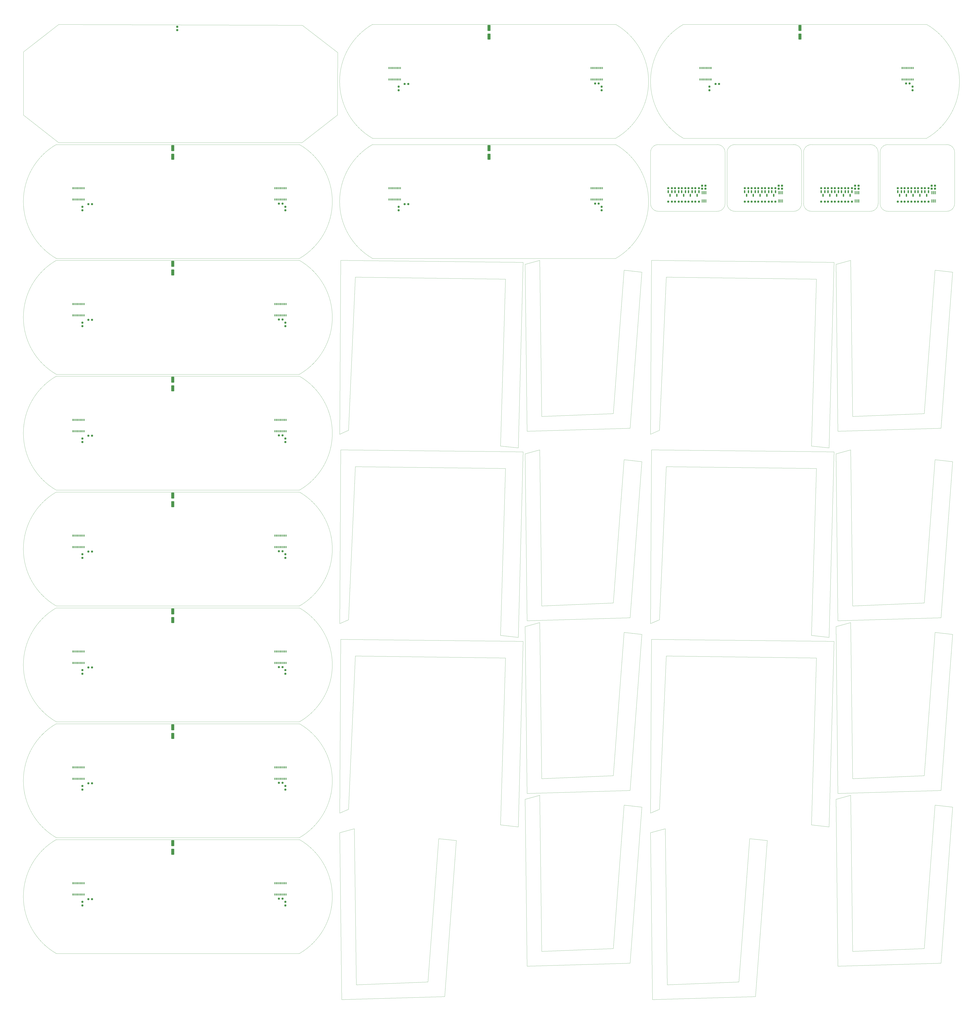
<source format=gbr>
%TF.GenerationSoftware,KiCad,Pcbnew,7.0.6-7.0.6~ubuntu20.04.1*%
%TF.CreationDate,2023-07-11T09:00:17+02:00*%
%TF.ProjectId,output_panel2023-07-11_065927.5376850000,6f757470-7574-45f7-9061-6e656c323032,rev?*%
%TF.SameCoordinates,Original*%
%TF.FileFunction,Paste,Bot*%
%TF.FilePolarity,Positive*%
%FSLAX45Y45*%
G04 Gerber Fmt 4.5, Leading zero omitted, Abs format (unit mm)*
G04 Created by KiCad (PCBNEW 7.0.6-7.0.6~ubuntu20.04.1) date 2023-07-11 09:00:17*
%MOMM*%
%LPD*%
G01*
G04 APERTURE LIST*
G04 Aperture macros list*
%AMRoundRect*
0 Rectangle with rounded corners*
0 $1 Rounding radius*
0 $2 $3 $4 $5 $6 $7 $8 $9 X,Y pos of 4 corners*
0 Add a 4 corners polygon primitive as box body*
4,1,4,$2,$3,$4,$5,$6,$7,$8,$9,$2,$3,0*
0 Add four circle primitives for the rounded corners*
1,1,$1+$1,$2,$3*
1,1,$1+$1,$4,$5*
1,1,$1+$1,$6,$7*
1,1,$1+$1,$8,$9*
0 Add four rect primitives between the rounded corners*
20,1,$1+$1,$2,$3,$4,$5,0*
20,1,$1+$1,$4,$5,$6,$7,0*
20,1,$1+$1,$6,$7,$8,$9,0*
20,1,$1+$1,$8,$9,$2,$3,0*%
G04 Aperture macros list end*
%TA.AperFunction,Profile*%
%ADD10C,0.050000*%
%TD*%
%TA.AperFunction,Profile*%
%ADD11C,0.100000*%
%TD*%
%ADD12RoundRect,0.237500X-0.250000X-0.237500X0.250000X-0.237500X0.250000X0.237500X-0.250000X0.237500X0*%
%ADD13RoundRect,0.250000X-0.550000X1.250000X-0.550000X-1.250000X0.550000X-1.250000X0.550000X1.250000X0*%
%ADD14RoundRect,0.237500X0.250000X0.237500X-0.250000X0.237500X-0.250000X-0.237500X0.250000X-0.237500X0*%
%ADD15R,0.400000X1.000000*%
%ADD16RoundRect,0.150000X-0.150000X0.587500X-0.150000X-0.587500X0.150000X-0.587500X0.150000X0.587500X0*%
%ADD17RoundRect,0.237500X0.300000X0.237500X-0.300000X0.237500X-0.300000X-0.237500X0.300000X-0.237500X0*%
%ADD18RoundRect,0.100000X-0.100000X0.712500X-0.100000X-0.712500X0.100000X-0.712500X0.100000X0.712500X0*%
%ADD19RoundRect,0.237500X0.237500X-0.250000X0.237500X0.250000X-0.237500X0.250000X-0.237500X-0.250000X0*%
%ADD20RoundRect,0.237500X-0.237500X0.300000X-0.237500X-0.300000X0.237500X-0.300000X0.237500X0.300000X0*%
G04 APERTURE END LIST*
D10*
X32017643Y-40219379D02*
X32067643Y-31369379D01*
X14123822Y-17870000D02*
G75*
G03*
X14123822Y-12070000I-1674316J2900000D01*
G01*
X25619977Y-39514585D02*
X25719977Y-48014585D01*
X32817643Y-22569688D02*
X32467643Y-30369688D01*
X46517622Y-39814585D02*
X45967622Y-47114585D01*
D11*
X47517640Y-6570000D02*
G75*
G03*
X47117643Y-6170000I-400000J0D01*
G01*
X32017640Y-9170000D02*
G75*
G03*
X32417643Y-9570000I400000J0D01*
G01*
X47117643Y-9570003D02*
G75*
G03*
X47517643Y-9170000I-3J400003D01*
G01*
X17843821Y-5850000D02*
X30243821Y-5850000D01*
D10*
X42217622Y-12068311D02*
X41467622Y-12268311D01*
X30119977Y-38316294D02*
X26469977Y-38466294D01*
X47417622Y-12668311D02*
X46517622Y-12568311D01*
X22119996Y-41617385D02*
X21219996Y-41517385D01*
X25619977Y-12268311D02*
X25719977Y-20768311D01*
X14123822Y-23770000D02*
G75*
G03*
X14123822Y-17970000I-1674316J2900000D01*
G01*
X25719977Y-39216294D02*
X30969977Y-39066294D01*
X24619998Y-13019997D02*
X16969998Y-12919997D01*
X42317622Y-29668003D02*
X42217622Y-21718003D01*
D11*
X1723822Y-41470000D02*
X14123822Y-41470000D01*
X1850000Y-50000D02*
X14270000Y-90000D01*
D10*
X46517622Y-22218003D02*
X45967622Y-29518003D01*
X40467643Y-32319379D02*
X32817643Y-32219379D01*
D11*
X35917640Y-9170000D02*
G75*
G03*
X36317643Y-9570000I400000J0D01*
G01*
X43617640Y-6570000D02*
G75*
G03*
X43217643Y-6170000I-400000J0D01*
G01*
D10*
X25269998Y-21619997D02*
X24369998Y-21519997D01*
X21219996Y-41517385D02*
X20669996Y-48817385D01*
X26369977Y-21718003D02*
X25619977Y-21918003D01*
X16269995Y-49717385D02*
X21519996Y-49567385D01*
X20669996Y-48817385D02*
X17019996Y-48967385D01*
D11*
X47517643Y-6570000D02*
X47517643Y-9170000D01*
D10*
X41117643Y-31269688D02*
X40217643Y-31169688D01*
X1723822Y-23870000D02*
G75*
G03*
X1723822Y-29670000I1674316J-2900000D01*
G01*
D11*
X16050000Y-4670000D02*
X14250000Y-6070000D01*
D10*
X31569977Y-39914585D02*
X30669977Y-39814585D01*
X16619998Y-30369688D02*
X16169998Y-30569688D01*
D11*
X14270000Y-90000D02*
X16070000Y-1480000D01*
D10*
X30119977Y-47114585D02*
X26469977Y-47264585D01*
X41367643Y-12169997D02*
X41117643Y-21619997D01*
X40217643Y-21519997D02*
X40467643Y-13019997D01*
X40217643Y-40819379D02*
X40467643Y-32319379D01*
X30119977Y-29518003D02*
X26469977Y-29668003D01*
X32817643Y-32219379D02*
X32467643Y-40019379D01*
X46817622Y-30268003D02*
X47417622Y-22318003D01*
X32017643Y-20919997D02*
X32067643Y-12069997D01*
D11*
X1723822Y-35570000D02*
X14123822Y-35570000D01*
X35817640Y-6570000D02*
G75*
G03*
X35417643Y-6170000I-400000J0D01*
G01*
D10*
X16969998Y-32219379D02*
X16619998Y-40019379D01*
X25719977Y-48014585D02*
X30969977Y-47864585D01*
X31569977Y-31116294D02*
X30669977Y-31016294D01*
X30969977Y-30268003D02*
X31569977Y-22318003D01*
X24619998Y-22669688D02*
X16969998Y-22569688D01*
X26469977Y-29668003D02*
X26369977Y-21718003D01*
D11*
X32017643Y-9170000D02*
X32017643Y-6570000D01*
X1723822Y-23770000D02*
X14123822Y-23770000D01*
X44117643Y-6170003D02*
G75*
G03*
X43717643Y-6570000I-3J-399997D01*
G01*
X35417643Y-9570003D02*
G75*
G03*
X35817643Y-9170000I-3J400003D01*
G01*
X1723822Y-23870000D02*
X14123822Y-23870000D01*
D10*
X30669977Y-39814585D02*
X30119977Y-47114585D01*
X32467643Y-40019379D02*
X32017643Y-40219379D01*
X31569977Y-12668311D02*
X30669977Y-12568311D01*
X46817622Y-39066294D02*
X47417622Y-31116294D01*
D11*
X35917643Y-9170000D02*
X35917643Y-6570000D01*
D10*
X1723822Y-12070000D02*
G75*
G03*
X1723822Y-17870000I1674316J-2900000D01*
G01*
X25719977Y-30418003D02*
X30969977Y-30268003D01*
X17019996Y-48967385D02*
X16919996Y-41017385D01*
D11*
X40217643Y-6170003D02*
G75*
G03*
X39817643Y-6570000I-3J-399997D01*
G01*
D10*
X30243821Y-5850000D02*
G75*
G03*
X30243821Y-50000I-1674316J2900000D01*
G01*
X25619977Y-21918003D02*
X25719977Y-30418003D01*
D11*
X1723822Y-17870000D02*
X14123822Y-17870000D01*
D10*
X30669977Y-12568311D02*
X30119977Y-19868311D01*
X26369977Y-12068311D02*
X25619977Y-12268311D01*
X24369998Y-31169688D02*
X24619998Y-22669688D01*
D11*
X50000Y-1450000D02*
X1850000Y-50000D01*
D10*
X25519998Y-31469379D02*
X25269998Y-40919379D01*
X41467622Y-30716294D02*
X41567622Y-39216294D01*
D11*
X35817643Y-6570000D02*
X35817643Y-9170000D01*
D10*
X41567622Y-20768311D02*
X46817622Y-20618311D01*
X45967622Y-38316294D02*
X42317622Y-38466294D01*
X32117640Y-49717385D02*
X37367640Y-49567385D01*
D11*
X1723822Y-41570000D02*
X14123822Y-41570000D01*
D10*
X41117643Y-40919379D02*
X40217643Y-40819379D01*
X14123822Y-29670000D02*
G75*
G03*
X14123822Y-23870000I-1674316J2900000D01*
G01*
D11*
X50000Y-4670000D02*
X50000Y-1450000D01*
D10*
X46817622Y-20618311D02*
X47417622Y-12668311D01*
X16219998Y-12069997D02*
X25519998Y-12169997D01*
D11*
X39717643Y-6570000D02*
X39717643Y-9170000D01*
X39817643Y-9170000D02*
X39817643Y-6570000D01*
X1723822Y-29670000D02*
X14123822Y-29670000D01*
X43717643Y-9170000D02*
X43717643Y-6570000D01*
D10*
X42217622Y-30516294D02*
X41467622Y-30716294D01*
X46091466Y-5850000D02*
G75*
G03*
X46091466Y-50000I-1674316J2900000D01*
G01*
X30669977Y-22218003D02*
X30119977Y-29518003D01*
X32017640Y-41217385D02*
X32117640Y-49717385D01*
X1723822Y-35670000D02*
G75*
G03*
X1723822Y-41470000I1674316J-2900000D01*
G01*
X41367643Y-31469379D02*
X41117643Y-40919379D01*
X16969998Y-12919997D02*
X16619998Y-20719997D01*
X24369998Y-21519997D02*
X24619998Y-13019997D01*
D11*
X1723822Y-47370000D02*
X14123822Y-47370000D01*
X40217643Y-6170000D02*
X43217643Y-6170000D01*
D10*
X42217622Y-39314585D02*
X41467622Y-39514585D01*
X16619998Y-20719997D02*
X16169998Y-20919997D01*
D11*
X43217643Y-9570000D02*
X40217643Y-9570000D01*
D10*
X32017643Y-30569688D02*
X32067643Y-21719688D01*
X40467643Y-13019997D02*
X32817643Y-12919997D01*
D11*
X32417643Y-6170003D02*
G75*
G03*
X32017643Y-6570000I-3J-399997D01*
G01*
D10*
X36517640Y-48817385D02*
X32867640Y-48967385D01*
D11*
X39817640Y-9170000D02*
G75*
G03*
X40217643Y-9570000I400000J0D01*
G01*
D10*
X26469977Y-38466294D02*
X26369977Y-30516294D01*
X16219998Y-21719688D02*
X25519998Y-21819688D01*
D11*
X43217643Y-9570003D02*
G75*
G03*
X43617643Y-9170000I-3J400003D01*
G01*
D10*
X26369977Y-30516294D02*
X25619977Y-30716294D01*
X14123822Y-11970000D02*
G75*
G03*
X14123822Y-6170000I-1674316J2900000D01*
G01*
D11*
X39317643Y-9570000D02*
X36317643Y-9570000D01*
D10*
X25519998Y-21819688D02*
X25269998Y-31269688D01*
D11*
X1723822Y-17970000D02*
X14123822Y-17970000D01*
X47117643Y-9570000D02*
X44117643Y-9570000D01*
D10*
X37967640Y-41617385D02*
X37067640Y-41517385D01*
X41567622Y-39216294D02*
X46817622Y-39066294D01*
X16219998Y-31369379D02*
X25519998Y-31469379D01*
X30969977Y-47864585D02*
X31569977Y-39914585D01*
X40217643Y-31169688D02*
X40467643Y-22669688D01*
X21519996Y-49567385D02*
X22119996Y-41617385D01*
D11*
X43717640Y-9170000D02*
G75*
G03*
X44117643Y-9570000I400000J0D01*
G01*
D10*
X46517622Y-31016294D02*
X45967622Y-38316294D01*
X40467643Y-22669688D02*
X32817643Y-22569688D01*
D11*
X43617643Y-6570000D02*
X43617643Y-9170000D01*
D10*
X47417622Y-22318003D02*
X46517622Y-22218003D01*
X41567622Y-48014585D02*
X46817622Y-47864585D01*
D11*
X17843821Y-50000D02*
X30243821Y-50000D01*
D10*
X32867640Y-48967385D02*
X32767640Y-41017385D01*
X32067643Y-21719688D02*
X41367643Y-21819688D01*
D11*
X32417643Y-6170000D02*
X35417643Y-6170000D01*
D10*
X41467622Y-39514585D02*
X41567622Y-48014585D01*
X16969998Y-22569688D02*
X16619998Y-30369688D01*
D11*
X36317643Y-6170003D02*
G75*
G03*
X35917643Y-6570000I-3J-399997D01*
G01*
D10*
X26469977Y-47264585D02*
X26369977Y-39314585D01*
D11*
X44117643Y-6170000D02*
X47117643Y-6170000D01*
D10*
X37367640Y-49567385D02*
X37967640Y-41617385D01*
X41467622Y-21918003D02*
X41567622Y-30418003D01*
X42217622Y-21718003D02*
X41467622Y-21918003D01*
X30243821Y-11970000D02*
G75*
G03*
X30243821Y-6170000I-1674316J2900000D01*
G01*
X25719977Y-20768311D02*
X30969977Y-20618311D01*
X1723822Y-17970000D02*
G75*
G03*
X1723822Y-23770000I1674316J-2900000D01*
G01*
X24369998Y-40819379D02*
X24619998Y-32319379D01*
X17843822Y-6170000D02*
G75*
G03*
X17843821Y-11970000I1674316J-2900000D01*
G01*
X32467643Y-20719997D02*
X32017643Y-20919997D01*
X41117643Y-21619997D02*
X40217643Y-21519997D01*
D11*
X36317643Y-6170000D02*
X39317643Y-6170000D01*
D10*
X31569977Y-22318003D02*
X30669977Y-22218003D01*
X42317622Y-20018311D02*
X42217622Y-12068311D01*
X14123822Y-47370000D02*
G75*
G03*
X14123822Y-41570000I-1674316J2900000D01*
G01*
X32467643Y-30369688D02*
X32017643Y-30569688D01*
X30969977Y-20618311D02*
X31569977Y-12668311D01*
X17843821Y-50000D02*
G75*
G03*
X17843821Y-5850000I1674316J-2900000D01*
G01*
X30119977Y-19868311D02*
X26469977Y-20018311D01*
X16919996Y-41017385D02*
X16169995Y-41217385D01*
D11*
X39317643Y-9570003D02*
G75*
G03*
X39717643Y-9170000I-3J400003D01*
G01*
D10*
X25269998Y-40919379D02*
X24369998Y-40819379D01*
D11*
X1723822Y-35670000D02*
X14123822Y-35670000D01*
X17843821Y-11970000D02*
X30243821Y-11970000D01*
D10*
X42317622Y-47264585D02*
X42217622Y-39314585D01*
X1723822Y-29770000D02*
G75*
G03*
X1723822Y-35570000I1674316J-2900000D01*
G01*
D11*
X1723822Y-29770000D02*
X14123822Y-29770000D01*
X39717640Y-6570000D02*
G75*
G03*
X39317643Y-6170000I-400000J0D01*
G01*
D10*
X30669977Y-31016294D02*
X30119977Y-38316294D01*
X14123822Y-41470000D02*
G75*
G03*
X14123822Y-35670000I-1674316J2900000D01*
G01*
D11*
X1723822Y-6170000D02*
X14123822Y-6170000D01*
D10*
X25619977Y-30716294D02*
X25719977Y-39216294D01*
D11*
X33691466Y-50000D02*
X46091466Y-50000D01*
D10*
X32767640Y-41017385D02*
X32017640Y-41217385D01*
D11*
X1850000Y-6070000D02*
X50000Y-4670000D01*
D10*
X16169998Y-30569688D02*
X16219998Y-21719688D01*
X32817643Y-12919997D02*
X32467643Y-20719997D01*
X26369977Y-39314585D02*
X25619977Y-39514585D01*
D11*
X33691466Y-5850000D02*
X46091466Y-5850000D01*
D10*
X24619998Y-32319379D02*
X16969998Y-32219379D01*
X41467622Y-12268311D02*
X41567622Y-20768311D01*
X33691466Y-50000D02*
G75*
G03*
X33691466Y-5850000I1674316J-2900000D01*
G01*
X45967622Y-29518003D02*
X42317622Y-29668003D01*
D11*
X1723822Y-11970000D02*
X14123822Y-11970000D01*
X35417643Y-9570000D02*
X32417643Y-9570000D01*
D10*
X25519998Y-12169997D02*
X25269998Y-21619997D01*
X45967622Y-47114585D02*
X42317622Y-47264585D01*
X46517622Y-12568311D02*
X45967622Y-19868311D01*
D11*
X14250000Y-6070000D02*
X1850000Y-6070000D01*
D10*
X37067640Y-41517385D02*
X36517640Y-48817385D01*
X41367643Y-21819688D02*
X41117643Y-31269688D01*
X1723822Y-41570000D02*
G75*
G03*
X1723822Y-47370000I1674316J-2900000D01*
G01*
D11*
X16070000Y-1480000D02*
X16050000Y-4670000D01*
D10*
X14123822Y-35570000D02*
G75*
G03*
X14123822Y-29770000I-1674316J2900000D01*
G01*
D11*
X1723822Y-12070000D02*
X14123822Y-12070000D01*
D10*
X16169995Y-41217385D02*
X16269995Y-49717385D01*
X30969977Y-39066294D02*
X31569977Y-31116294D01*
D11*
X17843821Y-6170000D02*
X30243821Y-6170000D01*
D10*
X46817622Y-47864585D02*
X47417622Y-39914585D01*
X25269998Y-31269688D02*
X24369998Y-31169688D01*
X16169998Y-20919997D02*
X16219998Y-12069997D01*
X26469977Y-20018311D02*
X26369977Y-12068311D01*
X16619998Y-40019379D02*
X16169998Y-40219379D01*
X42317622Y-38466294D02*
X42217622Y-30516294D01*
X47417622Y-31116294D02*
X46517622Y-31016294D01*
X41567622Y-30418003D02*
X46817622Y-30268003D01*
X47417622Y-39914585D02*
X46517622Y-39814585D01*
X1723822Y-6170000D02*
G75*
G03*
X1723822Y-11970000I1674316J-2900000D01*
G01*
X45967622Y-19868311D02*
X42317622Y-20018311D01*
X32067643Y-31369379D02*
X41367643Y-31469379D01*
X16169998Y-40219379D02*
X16219998Y-31369379D01*
X32067643Y-12069997D02*
X41367643Y-12169997D01*
D12*
X38201393Y-8390000D03*
X38383893Y-8390000D03*
X41066393Y-8390000D03*
X41248893Y-8390000D03*
X44621393Y-9080000D03*
X44803893Y-9080000D03*
X13073572Y-26880000D03*
X13256072Y-26880000D03*
X33611393Y-9080000D03*
X33793893Y-9080000D03*
X41411393Y-9080000D03*
X41593893Y-9080000D03*
D13*
X7666822Y-24047000D03*
X7666822Y-24487000D03*
D12*
X37511393Y-9080000D03*
X37693893Y-9080000D03*
D14*
X3546072Y-9200000D03*
X3363572Y-9200000D03*
D12*
X29193571Y-9180000D03*
X29376071Y-9180000D03*
D15*
X29567321Y-8970000D03*
X29502321Y-8970000D03*
X29437321Y-8970000D03*
X29372321Y-8970000D03*
X29307321Y-8970000D03*
X29242321Y-8970000D03*
X29177321Y-8970000D03*
X29112321Y-8970000D03*
X29047321Y-8970000D03*
X28982321Y-8970000D03*
X28982321Y-8390000D03*
X29047321Y-8390000D03*
X29112321Y-8390000D03*
X29177321Y-8390000D03*
X29242321Y-8390000D03*
X29307321Y-8390000D03*
X29372321Y-8390000D03*
X29437321Y-8390000D03*
X29502321Y-8390000D03*
X29567321Y-8390000D03*
D16*
X42097643Y-8566250D03*
X42287643Y-8566250D03*
X42192643Y-8753750D03*
D17*
X46518893Y-8265000D03*
X46346393Y-8265000D03*
D12*
X37166393Y-8390000D03*
X37348893Y-8390000D03*
D15*
X19267321Y-8970000D03*
X19202321Y-8970000D03*
X19137321Y-8970000D03*
X19072321Y-8970000D03*
X19007321Y-8970000D03*
X18942321Y-8970000D03*
X18877321Y-8970000D03*
X18812321Y-8970000D03*
X18747321Y-8970000D03*
X18682321Y-8970000D03*
X18682321Y-8390000D03*
X18747321Y-8390000D03*
X18812321Y-8390000D03*
X18877321Y-8390000D03*
X18942321Y-8390000D03*
X19007321Y-8390000D03*
X19072321Y-8390000D03*
X19137321Y-8390000D03*
X19202321Y-8390000D03*
X19267321Y-8390000D03*
D12*
X13073572Y-15080000D03*
X13256072Y-15080000D03*
X37511393Y-8390000D03*
X37693893Y-8390000D03*
D13*
X39634466Y-227000D03*
X39634466Y-667000D03*
D12*
X32921393Y-8390000D03*
X33103893Y-8390000D03*
D16*
X33607643Y-8566250D03*
X33797643Y-8566250D03*
X33702643Y-8753750D03*
D18*
X38546393Y-8623750D03*
X38611393Y-8623750D03*
X38676393Y-8623750D03*
X38741393Y-8623750D03*
X38741393Y-9046250D03*
X38676393Y-9046250D03*
X38611393Y-9046250D03*
X38546393Y-9046250D03*
D12*
X40721393Y-9080000D03*
X40903893Y-9080000D03*
D19*
X3054822Y-21321250D03*
X3054822Y-21138750D03*
D17*
X38718893Y-8265000D03*
X38546393Y-8265000D03*
D13*
X7666822Y-29947000D03*
X7666822Y-30387000D03*
D12*
X13073572Y-44580000D03*
X13256072Y-44580000D03*
D13*
X7666822Y-18147000D03*
X7666822Y-18587000D03*
D16*
X40717643Y-8566250D03*
X40907643Y-8566250D03*
X40812643Y-8753750D03*
D19*
X3054822Y-27221250D03*
X3054822Y-27038750D03*
D15*
X3147322Y-32570000D03*
X3082322Y-32570000D03*
X3017322Y-32570000D03*
X2952322Y-32570000D03*
X2887322Y-32570000D03*
X2822322Y-32570000D03*
X2757322Y-32570000D03*
X2692322Y-32570000D03*
X2627322Y-32570000D03*
X2562322Y-32570000D03*
X2562322Y-31990000D03*
X2627322Y-31990000D03*
X2692322Y-31990000D03*
X2757322Y-31990000D03*
X2822322Y-31990000D03*
X2887322Y-31990000D03*
X2952322Y-31990000D03*
X3017322Y-31990000D03*
X3082322Y-31990000D03*
X3147322Y-31990000D03*
D19*
X29524821Y-9521250D03*
X29524821Y-9338750D03*
D18*
X34646393Y-8623750D03*
X34711393Y-8623750D03*
X34776393Y-8623750D03*
X34841393Y-8623750D03*
X34841393Y-9046250D03*
X34776393Y-9046250D03*
X34711393Y-9046250D03*
X34646393Y-9046250D03*
D19*
X29524821Y-3401250D03*
X29524821Y-3218750D03*
X13404822Y-39021250D03*
X13404822Y-38838750D03*
D17*
X34818893Y-8415000D03*
X34646393Y-8415000D03*
D12*
X33266393Y-8390000D03*
X33448893Y-8390000D03*
D15*
X45414966Y-2850000D03*
X45349966Y-2850000D03*
X45284966Y-2850000D03*
X45219966Y-2850000D03*
X45154966Y-2850000D03*
X45089966Y-2850000D03*
X45024966Y-2850000D03*
X44959966Y-2850000D03*
X44894966Y-2850000D03*
X44829966Y-2850000D03*
X44829966Y-2270000D03*
X44894966Y-2270000D03*
X44959966Y-2270000D03*
X45024966Y-2270000D03*
X45089966Y-2270000D03*
X45154966Y-2270000D03*
X45219966Y-2270000D03*
X45284966Y-2270000D03*
X45349966Y-2270000D03*
X45414966Y-2270000D03*
D17*
X42618893Y-8265000D03*
X42446393Y-8265000D03*
D14*
X3546072Y-44600000D03*
X3363572Y-44600000D03*
D12*
X42101393Y-8390000D03*
X42283893Y-8390000D03*
X41411393Y-8390000D03*
X41593893Y-8390000D03*
D19*
X3054822Y-39021250D03*
X3054822Y-38838750D03*
D16*
X45652643Y-8566250D03*
X45842643Y-8566250D03*
X45747643Y-8753750D03*
D14*
X19666071Y-9200000D03*
X19483571Y-9200000D03*
X3546072Y-32800000D03*
X3363572Y-32800000D03*
D16*
X33952643Y-8566250D03*
X34142643Y-8566250D03*
X34047643Y-8753750D03*
X45997643Y-8566250D03*
X46187643Y-8566250D03*
X46092643Y-8753750D03*
D12*
X33611393Y-8390000D03*
X33793893Y-8390000D03*
D15*
X3147322Y-8970000D03*
X3082322Y-8970000D03*
X3017322Y-8970000D03*
X2952322Y-8970000D03*
X2887322Y-8970000D03*
X2822322Y-8970000D03*
X2757322Y-8970000D03*
X2692322Y-8970000D03*
X2627322Y-8970000D03*
X2562322Y-8970000D03*
X2562322Y-8390000D03*
X2627322Y-8390000D03*
X2692322Y-8390000D03*
X2757322Y-8390000D03*
X2822322Y-8390000D03*
X2887322Y-8390000D03*
X2952322Y-8390000D03*
X3017322Y-8390000D03*
X3082322Y-8390000D03*
X3147322Y-8390000D03*
D12*
X36821393Y-8390000D03*
X37003893Y-8390000D03*
D19*
X13404822Y-27221250D03*
X13404822Y-27038750D03*
X3054822Y-33121250D03*
X3054822Y-32938750D03*
D14*
X3546072Y-15100000D03*
X3363572Y-15100000D03*
D12*
X46001393Y-8390000D03*
X46183893Y-8390000D03*
D15*
X13447322Y-32570000D03*
X13382322Y-32570000D03*
X13317322Y-32570000D03*
X13252322Y-32570000D03*
X13187322Y-32570000D03*
X13122322Y-32570000D03*
X13057322Y-32570000D03*
X12992322Y-32570000D03*
X12927322Y-32570000D03*
X12862322Y-32570000D03*
X12862322Y-31990000D03*
X12927322Y-31990000D03*
X12992322Y-31990000D03*
X13057322Y-31990000D03*
X13122322Y-31990000D03*
X13187322Y-31990000D03*
X13252322Y-31990000D03*
X13317322Y-31990000D03*
X13382322Y-31990000D03*
X13447322Y-31990000D03*
D13*
X7666822Y-41747000D03*
X7666822Y-42187000D03*
D15*
X13447322Y-38470000D03*
X13382322Y-38470000D03*
X13317322Y-38470000D03*
X13252322Y-38470000D03*
X13187322Y-38470000D03*
X13122322Y-38470000D03*
X13057322Y-38470000D03*
X12992322Y-38470000D03*
X12927322Y-38470000D03*
X12862322Y-38470000D03*
X12862322Y-37890000D03*
X12927322Y-37890000D03*
X12992322Y-37890000D03*
X13057322Y-37890000D03*
X13122322Y-37890000D03*
X13187322Y-37890000D03*
X13252322Y-37890000D03*
X13317322Y-37890000D03*
X13382322Y-37890000D03*
X13447322Y-37890000D03*
X13447322Y-26670000D03*
X13382322Y-26670000D03*
X13317322Y-26670000D03*
X13252322Y-26670000D03*
X13187322Y-26670000D03*
X13122322Y-26670000D03*
X13057322Y-26670000D03*
X12992322Y-26670000D03*
X12927322Y-26670000D03*
X12862322Y-26670000D03*
X12862322Y-26090000D03*
X12927322Y-26090000D03*
X12992322Y-26090000D03*
X13057322Y-26090000D03*
X13122322Y-26090000D03*
X13187322Y-26090000D03*
X13252322Y-26090000D03*
X13317322Y-26090000D03*
X13382322Y-26090000D03*
X13447322Y-26090000D03*
D12*
X41066393Y-9080000D03*
X41248893Y-9080000D03*
X13073572Y-20980000D03*
X13256072Y-20980000D03*
X33956393Y-8390000D03*
X34138893Y-8390000D03*
D19*
X13404822Y-21321250D03*
X13404822Y-21138750D03*
D16*
X33262643Y-8566250D03*
X33452643Y-8566250D03*
X33357643Y-8753750D03*
D15*
X3147322Y-44370000D03*
X3082322Y-44370000D03*
X3017322Y-44370000D03*
X2952322Y-44370000D03*
X2887322Y-44370000D03*
X2822322Y-44370000D03*
X2757322Y-44370000D03*
X2692322Y-44370000D03*
X2627322Y-44370000D03*
X2562322Y-44370000D03*
X2562322Y-43790000D03*
X2627322Y-43790000D03*
X2692322Y-43790000D03*
X2757322Y-43790000D03*
X2822322Y-43790000D03*
X2887322Y-43790000D03*
X2952322Y-43790000D03*
X3017322Y-43790000D03*
X3082322Y-43790000D03*
X3147322Y-43790000D03*
D18*
X42446393Y-8623750D03*
X42511393Y-8623750D03*
X42576393Y-8623750D03*
X42641393Y-8623750D03*
X42641393Y-9046250D03*
X42576393Y-9046250D03*
X42511393Y-9046250D03*
X42446393Y-9046250D03*
D19*
X13404822Y-44921250D03*
X13404822Y-44738750D03*
D12*
X34301393Y-8390000D03*
X34483893Y-8390000D03*
D15*
X3147322Y-38470000D03*
X3082322Y-38470000D03*
X3017322Y-38470000D03*
X2952322Y-38470000D03*
X2887322Y-38470000D03*
X2822322Y-38470000D03*
X2757322Y-38470000D03*
X2692322Y-38470000D03*
X2627322Y-38470000D03*
X2562322Y-38470000D03*
X2562322Y-37890000D03*
X2627322Y-37890000D03*
X2692322Y-37890000D03*
X2757322Y-37890000D03*
X2822322Y-37890000D03*
X2887322Y-37890000D03*
X2952322Y-37890000D03*
X3017322Y-37890000D03*
X3082322Y-37890000D03*
X3147322Y-37890000D03*
D12*
X34301393Y-9080000D03*
X34483893Y-9080000D03*
D19*
X3054822Y-9521250D03*
X3054822Y-9338750D03*
D12*
X38201393Y-9080000D03*
X38383893Y-9080000D03*
D19*
X13404822Y-33121250D03*
X13404822Y-32938750D03*
D14*
X19666071Y-3080000D03*
X19483571Y-3080000D03*
D19*
X35022466Y-3401250D03*
X35022466Y-3218750D03*
D20*
X7890000Y-170000D03*
X7890000Y-342500D03*
D12*
X45656393Y-8390000D03*
X45838893Y-8390000D03*
X41756393Y-8390000D03*
X41938893Y-8390000D03*
X37166393Y-9080000D03*
X37348893Y-9080000D03*
D17*
X46518893Y-8415000D03*
X46346393Y-8415000D03*
D15*
X29567321Y-2850000D03*
X29502321Y-2850000D03*
X29437321Y-2850000D03*
X29372321Y-2850000D03*
X29307321Y-2850000D03*
X29242321Y-2850000D03*
X29177321Y-2850000D03*
X29112321Y-2850000D03*
X29047321Y-2850000D03*
X28982321Y-2850000D03*
X28982321Y-2270000D03*
X29047321Y-2270000D03*
X29112321Y-2270000D03*
X29177321Y-2270000D03*
X29242321Y-2270000D03*
X29307321Y-2270000D03*
X29372321Y-2270000D03*
X29437321Y-2270000D03*
X29502321Y-2270000D03*
X29567321Y-2270000D03*
D19*
X13404822Y-15421250D03*
X13404822Y-15238750D03*
D14*
X35513716Y-3080000D03*
X35331216Y-3080000D03*
D19*
X3054822Y-15421250D03*
X3054822Y-15238750D03*
D12*
X37856393Y-9080000D03*
X38038893Y-9080000D03*
D14*
X3546072Y-26900000D03*
X3363572Y-26900000D03*
D18*
X46346393Y-8623750D03*
X46411393Y-8623750D03*
X46476393Y-8623750D03*
X46541393Y-8623750D03*
X46541393Y-9046250D03*
X46476393Y-9046250D03*
X46411393Y-9046250D03*
X46346393Y-9046250D03*
D16*
X34297643Y-8566250D03*
X34487643Y-8566250D03*
X34392643Y-8753750D03*
D17*
X42618893Y-8415000D03*
X42446393Y-8415000D03*
D12*
X13073572Y-32780000D03*
X13256072Y-32780000D03*
D19*
X3054822Y-44921250D03*
X3054822Y-44738750D03*
D12*
X37856393Y-8390000D03*
X38038893Y-8390000D03*
X45311393Y-9080000D03*
X45493893Y-9080000D03*
X40721393Y-8390000D03*
X40903893Y-8390000D03*
D15*
X19267321Y-2850000D03*
X19202321Y-2850000D03*
X19137321Y-2850000D03*
X19072321Y-2850000D03*
X19007321Y-2850000D03*
X18942321Y-2850000D03*
X18877321Y-2850000D03*
X18812321Y-2850000D03*
X18747321Y-2850000D03*
X18682321Y-2850000D03*
X18682321Y-2270000D03*
X18747321Y-2270000D03*
X18812321Y-2270000D03*
X18877321Y-2270000D03*
X18942321Y-2270000D03*
X19007321Y-2270000D03*
X19072321Y-2270000D03*
X19137321Y-2270000D03*
X19202321Y-2270000D03*
X19267321Y-2270000D03*
D12*
X33266393Y-9080000D03*
X33448893Y-9080000D03*
D14*
X3546072Y-38700000D03*
X3363572Y-38700000D03*
D12*
X46001393Y-9080000D03*
X46183893Y-9080000D03*
D15*
X3147322Y-26670000D03*
X3082322Y-26670000D03*
X3017322Y-26670000D03*
X2952322Y-26670000D03*
X2887322Y-26670000D03*
X2822322Y-26670000D03*
X2757322Y-26670000D03*
X2692322Y-26670000D03*
X2627322Y-26670000D03*
X2562322Y-26670000D03*
X2562322Y-26090000D03*
X2627322Y-26090000D03*
X2692322Y-26090000D03*
X2757322Y-26090000D03*
X2822322Y-26090000D03*
X2887322Y-26090000D03*
X2952322Y-26090000D03*
X3017322Y-26090000D03*
X3082322Y-26090000D03*
X3147322Y-26090000D03*
D12*
X13073572Y-38680000D03*
X13256072Y-38680000D03*
X33956393Y-9080000D03*
X34138893Y-9080000D03*
D14*
X3546072Y-21000000D03*
X3363572Y-21000000D03*
D16*
X36817643Y-8566250D03*
X37007643Y-8566250D03*
X36912643Y-8753750D03*
D13*
X23786821Y-227000D03*
X23786821Y-667000D03*
D16*
X38197643Y-8566250D03*
X38387643Y-8566250D03*
X38292643Y-8753750D03*
D13*
X7666822Y-12247000D03*
X7666822Y-12687000D03*
D16*
X37507643Y-8566250D03*
X37697643Y-8566250D03*
X37602643Y-8753750D03*
D12*
X45041216Y-3060000D03*
X45223716Y-3060000D03*
D15*
X13447322Y-8970000D03*
X13382322Y-8970000D03*
X13317322Y-8970000D03*
X13252322Y-8970000D03*
X13187322Y-8970000D03*
X13122322Y-8970000D03*
X13057322Y-8970000D03*
X12992322Y-8970000D03*
X12927322Y-8970000D03*
X12862322Y-8970000D03*
X12862322Y-8390000D03*
X12927322Y-8390000D03*
X12992322Y-8390000D03*
X13057322Y-8390000D03*
X13122322Y-8390000D03*
X13187322Y-8390000D03*
X13252322Y-8390000D03*
X13317322Y-8390000D03*
X13382322Y-8390000D03*
X13447322Y-8390000D03*
D16*
X41752643Y-8566250D03*
X41942643Y-8566250D03*
X41847643Y-8753750D03*
D12*
X36821393Y-9080000D03*
X37003893Y-9080000D03*
D19*
X19174821Y-9521250D03*
X19174821Y-9338750D03*
D13*
X7666822Y-6347000D03*
X7666822Y-6787000D03*
D15*
X3147322Y-20770000D03*
X3082322Y-20770000D03*
X3017322Y-20770000D03*
X2952322Y-20770000D03*
X2887322Y-20770000D03*
X2822322Y-20770000D03*
X2757322Y-20770000D03*
X2692322Y-20770000D03*
X2627322Y-20770000D03*
X2562322Y-20770000D03*
X2562322Y-20190000D03*
X2627322Y-20190000D03*
X2692322Y-20190000D03*
X2757322Y-20190000D03*
X2822322Y-20190000D03*
X2887322Y-20190000D03*
X2952322Y-20190000D03*
X3017322Y-20190000D03*
X3082322Y-20190000D03*
X3147322Y-20190000D03*
D16*
X41062643Y-8566250D03*
X41252643Y-8566250D03*
X41157643Y-8753750D03*
X37162643Y-8566250D03*
X37352643Y-8566250D03*
X37257643Y-8753750D03*
D13*
X23786821Y-6347000D03*
X23786821Y-6787000D03*
D15*
X13447322Y-20770000D03*
X13382322Y-20770000D03*
X13317322Y-20770000D03*
X13252322Y-20770000D03*
X13187322Y-20770000D03*
X13122322Y-20770000D03*
X13057322Y-20770000D03*
X12992322Y-20770000D03*
X12927322Y-20770000D03*
X12862322Y-20770000D03*
X12862322Y-20190000D03*
X12927322Y-20190000D03*
X12992322Y-20190000D03*
X13057322Y-20190000D03*
X13122322Y-20190000D03*
X13187322Y-20190000D03*
X13252322Y-20190000D03*
X13317322Y-20190000D03*
X13382322Y-20190000D03*
X13447322Y-20190000D03*
D19*
X13404822Y-9521250D03*
X13404822Y-9338750D03*
D16*
X37852643Y-8566250D03*
X38042643Y-8566250D03*
X37947643Y-8753750D03*
D12*
X45656393Y-9080000D03*
X45838893Y-9080000D03*
X45311393Y-8390000D03*
X45493893Y-8390000D03*
X29193571Y-3060000D03*
X29376071Y-3060000D03*
X44966393Y-9080000D03*
X45148893Y-9080000D03*
D16*
X45307643Y-8566250D03*
X45497643Y-8566250D03*
X45402643Y-8753750D03*
D17*
X38718893Y-8415000D03*
X38546393Y-8415000D03*
D19*
X19174821Y-3401250D03*
X19174821Y-3218750D03*
D16*
X44962643Y-8566250D03*
X45152643Y-8566250D03*
X45057643Y-8753750D03*
D17*
X34818893Y-8265000D03*
X34646393Y-8265000D03*
D12*
X32921393Y-9080000D03*
X33103893Y-9080000D03*
D16*
X44617643Y-8566250D03*
X44807643Y-8566250D03*
X44712643Y-8753750D03*
D13*
X7666822Y-35847000D03*
X7666822Y-36287000D03*
D19*
X45372466Y-3401250D03*
X45372466Y-3218750D03*
D15*
X3147322Y-14870000D03*
X3082322Y-14870000D03*
X3017322Y-14870000D03*
X2952322Y-14870000D03*
X2887322Y-14870000D03*
X2822322Y-14870000D03*
X2757322Y-14870000D03*
X2692322Y-14870000D03*
X2627322Y-14870000D03*
X2562322Y-14870000D03*
X2562322Y-14290000D03*
X2627322Y-14290000D03*
X2692322Y-14290000D03*
X2757322Y-14290000D03*
X2822322Y-14290000D03*
X2887322Y-14290000D03*
X2952322Y-14290000D03*
X3017322Y-14290000D03*
X3082322Y-14290000D03*
X3147322Y-14290000D03*
D12*
X13073572Y-9180000D03*
X13256072Y-9180000D03*
X44621393Y-8390000D03*
X44803893Y-8390000D03*
X42101393Y-9080000D03*
X42283893Y-9080000D03*
D15*
X13447322Y-14870000D03*
X13382322Y-14870000D03*
X13317322Y-14870000D03*
X13252322Y-14870000D03*
X13187322Y-14870000D03*
X13122322Y-14870000D03*
X13057322Y-14870000D03*
X12992322Y-14870000D03*
X12927322Y-14870000D03*
X12862322Y-14870000D03*
X12862322Y-14290000D03*
X12927322Y-14290000D03*
X12992322Y-14290000D03*
X13057322Y-14290000D03*
X13122322Y-14290000D03*
X13187322Y-14290000D03*
X13252322Y-14290000D03*
X13317322Y-14290000D03*
X13382322Y-14290000D03*
X13447322Y-14290000D03*
D16*
X32917643Y-8566250D03*
X33107643Y-8566250D03*
X33012643Y-8753750D03*
D15*
X35114966Y-2850000D03*
X35049966Y-2850000D03*
X34984966Y-2850000D03*
X34919966Y-2850000D03*
X34854966Y-2850000D03*
X34789966Y-2850000D03*
X34724966Y-2850000D03*
X34659966Y-2850000D03*
X34594966Y-2850000D03*
X34529966Y-2850000D03*
X34529966Y-2270000D03*
X34594966Y-2270000D03*
X34659966Y-2270000D03*
X34724966Y-2270000D03*
X34789966Y-2270000D03*
X34854966Y-2270000D03*
X34919966Y-2270000D03*
X34984966Y-2270000D03*
X35049966Y-2270000D03*
X35114966Y-2270000D03*
D12*
X41756393Y-9080000D03*
X41938893Y-9080000D03*
X44966393Y-8390000D03*
X45148893Y-8390000D03*
D16*
X41407643Y-8566250D03*
X41597643Y-8566250D03*
X41502643Y-8753750D03*
D15*
X13447322Y-44370000D03*
X13382322Y-44370000D03*
X13317322Y-44370000D03*
X13252322Y-44370000D03*
X13187322Y-44370000D03*
X13122322Y-44370000D03*
X13057322Y-44370000D03*
X12992322Y-44370000D03*
X12927322Y-44370000D03*
X12862322Y-44370000D03*
X12862322Y-43790000D03*
X12927322Y-43790000D03*
X12992322Y-43790000D03*
X13057322Y-43790000D03*
X13122322Y-43790000D03*
X13187322Y-43790000D03*
X13252322Y-43790000D03*
X13317322Y-43790000D03*
X13382322Y-43790000D03*
X13447322Y-43790000D03*
M02*

</source>
